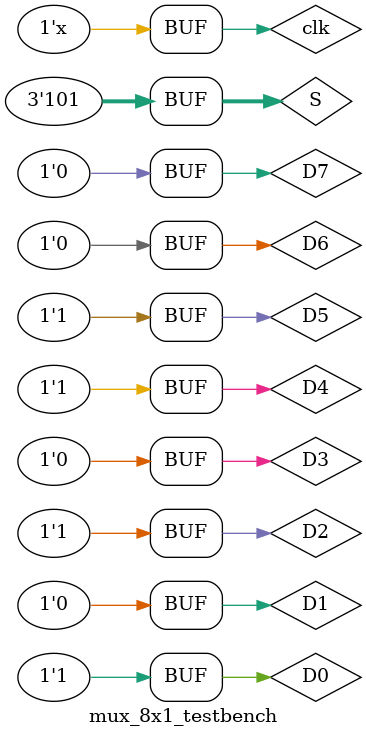
<source format=v>
`timescale 1 ps / 1 ps

module mux_8x1_testbench();

reg D0;
reg D1;
reg D2;
reg D3;
reg D4;
reg D5;
reg D6;
reg D7;
reg [2:0] S;
wire F;

	
	reg clk;
	
	mux_8x1 TB(.D0(D0) , .D1(D1) , .D2(D2) , .D3(D3), .D4(D4), .D5(D5), .D6(D6), .D7(D7), .S(S) , .F(F));
	
	always 
		begin 
			#2 clk = ~clk;
		end
	
	initial 
		begin 
			D0 = 1'b0;
			D1 = 1'b0;
			D2 = 1'b0;
			D3 = 1'b0;
			D4 = 1'b0;
			D5 = 1'b0;
			D6 = 1'b0;
			D7 = 1'b0;
			S = 3'b000;
			
			#5 D0 = 1'b1;
				D1 = 1'b0;
				D2 = 1'b1;
				D3 = 1'b0;
				D4 = 1'b1;
				D5 = 1'b1;
				D6 = 1'b0;
				D7 = 1'b0;
				S = 3'b101;


		end


endmodule
		
</source>
